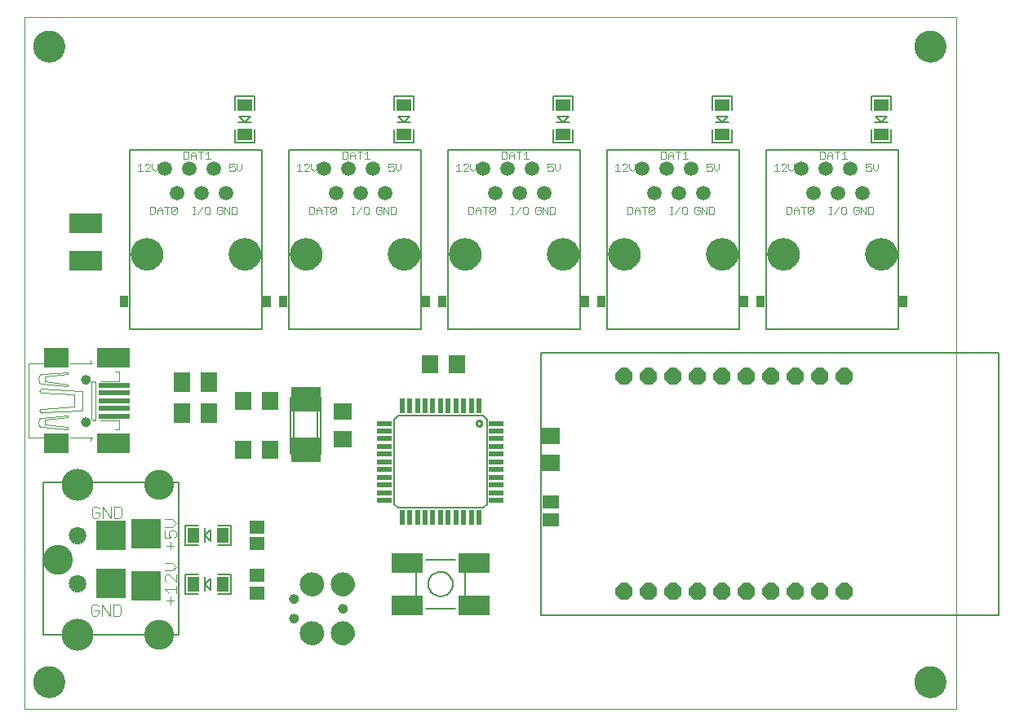
<source format=gto>
G75*
%MOIN*%
%OFA0B0*%
%FSLAX24Y24*%
%IPPOS*%
%LPD*%
%AMOC8*
5,1,8,0,0,1.08239X$1,22.5*
%
%ADD10C,0.0000*%
%ADD11C,0.1300*%
%ADD12C,0.0080*%
%ADD13C,0.0594*%
%ADD14C,0.0010*%
%ADD15R,0.0364X0.0450*%
%ADD16C,0.1320*%
%ADD17R,0.0591X0.0512*%
%ADD18C,0.0050*%
%ADD19C,0.1221*%
%ADD20C,0.1306*%
%ADD21R,0.1221X0.1221*%
%ADD22C,0.0040*%
%ADD23C,0.0709*%
%ADD24R,0.0512X0.0591*%
%ADD25R,0.0631X0.0552*%
%ADD26R,0.1379X0.0788*%
%ADD27R,0.0749X0.0670*%
%ADD28C,0.0390*%
%ADD29C,0.0975*%
%ADD30C,0.0100*%
%ADD31R,0.0237X0.0631*%
%ADD32R,0.0631X0.0237*%
%ADD33R,0.1290X0.0790*%
%ADD34R,0.0670X0.0749*%
%ADD35R,0.0750X0.0670*%
%ADD36R,0.0670X0.0552*%
%ADD37R,0.1221X0.1024*%
%ADD38R,0.1024X0.0827*%
%ADD39R,0.1339X0.0827*%
%ADD40R,0.1260X0.0237*%
%ADD41C,0.0394*%
%ADD42R,0.0670X0.0827*%
%ADD43OC8,0.0700*%
D10*
X003100Y000100D02*
X003100Y028396D01*
X041170Y028396D01*
X041170Y000100D01*
X003100Y000100D01*
X003470Y001200D02*
X003472Y001250D01*
X003478Y001300D01*
X003488Y001349D01*
X003502Y001397D01*
X003519Y001444D01*
X003540Y001489D01*
X003565Y001533D01*
X003593Y001574D01*
X003625Y001613D01*
X003659Y001650D01*
X003696Y001684D01*
X003736Y001714D01*
X003778Y001741D01*
X003822Y001765D01*
X003868Y001786D01*
X003915Y001802D01*
X003963Y001815D01*
X004013Y001824D01*
X004062Y001829D01*
X004113Y001830D01*
X004163Y001827D01*
X004212Y001820D01*
X004261Y001809D01*
X004309Y001794D01*
X004355Y001776D01*
X004400Y001754D01*
X004443Y001728D01*
X004484Y001699D01*
X004523Y001667D01*
X004559Y001632D01*
X004591Y001594D01*
X004621Y001554D01*
X004648Y001511D01*
X004671Y001467D01*
X004690Y001421D01*
X004706Y001373D01*
X004718Y001324D01*
X004726Y001275D01*
X004730Y001225D01*
X004730Y001175D01*
X004726Y001125D01*
X004718Y001076D01*
X004706Y001027D01*
X004690Y000979D01*
X004671Y000933D01*
X004648Y000889D01*
X004621Y000846D01*
X004591Y000806D01*
X004559Y000768D01*
X004523Y000733D01*
X004484Y000701D01*
X004443Y000672D01*
X004400Y000646D01*
X004355Y000624D01*
X004309Y000606D01*
X004261Y000591D01*
X004212Y000580D01*
X004163Y000573D01*
X004113Y000570D01*
X004062Y000571D01*
X004013Y000576D01*
X003963Y000585D01*
X003915Y000598D01*
X003868Y000614D01*
X003822Y000635D01*
X003778Y000659D01*
X003736Y000686D01*
X003696Y000716D01*
X003659Y000750D01*
X003625Y000787D01*
X003593Y000826D01*
X003565Y000867D01*
X003540Y000911D01*
X003519Y000956D01*
X003502Y001003D01*
X003488Y001051D01*
X003478Y001100D01*
X003472Y001150D01*
X003470Y001200D01*
X004919Y005216D02*
X004921Y005252D01*
X004927Y005288D01*
X004937Y005323D01*
X004950Y005357D01*
X004967Y005389D01*
X004987Y005419D01*
X005011Y005446D01*
X005037Y005471D01*
X005066Y005493D01*
X005097Y005512D01*
X005130Y005527D01*
X005164Y005539D01*
X005200Y005547D01*
X005236Y005551D01*
X005272Y005551D01*
X005308Y005547D01*
X005344Y005539D01*
X005378Y005527D01*
X005411Y005512D01*
X005442Y005493D01*
X005471Y005471D01*
X005497Y005446D01*
X005521Y005419D01*
X005541Y005389D01*
X005558Y005357D01*
X005571Y005323D01*
X005581Y005288D01*
X005587Y005252D01*
X005589Y005216D01*
X005587Y005180D01*
X005581Y005144D01*
X005571Y005109D01*
X005558Y005075D01*
X005541Y005043D01*
X005521Y005013D01*
X005497Y004986D01*
X005471Y004961D01*
X005442Y004939D01*
X005411Y004920D01*
X005378Y004905D01*
X005344Y004893D01*
X005308Y004885D01*
X005272Y004881D01*
X005236Y004881D01*
X005200Y004885D01*
X005164Y004893D01*
X005130Y004905D01*
X005097Y004920D01*
X005066Y004939D01*
X005037Y004961D01*
X005011Y004986D01*
X004987Y005013D01*
X004967Y005043D01*
X004950Y005075D01*
X004937Y005109D01*
X004927Y005144D01*
X004921Y005180D01*
X004919Y005216D01*
X004919Y007184D02*
X004921Y007220D01*
X004927Y007256D01*
X004937Y007291D01*
X004950Y007325D01*
X004967Y007357D01*
X004987Y007387D01*
X005011Y007414D01*
X005037Y007439D01*
X005066Y007461D01*
X005097Y007480D01*
X005130Y007495D01*
X005164Y007507D01*
X005200Y007515D01*
X005236Y007519D01*
X005272Y007519D01*
X005308Y007515D01*
X005344Y007507D01*
X005378Y007495D01*
X005411Y007480D01*
X005442Y007461D01*
X005471Y007439D01*
X005497Y007414D01*
X005521Y007387D01*
X005541Y007357D01*
X005558Y007325D01*
X005571Y007291D01*
X005581Y007256D01*
X005587Y007220D01*
X005589Y007184D01*
X005587Y007148D01*
X005581Y007112D01*
X005571Y007077D01*
X005558Y007043D01*
X005541Y007011D01*
X005521Y006981D01*
X005497Y006954D01*
X005471Y006929D01*
X005442Y006907D01*
X005411Y006888D01*
X005378Y006873D01*
X005344Y006861D01*
X005308Y006853D01*
X005272Y006849D01*
X005236Y006849D01*
X005200Y006853D01*
X005164Y006861D01*
X005130Y006873D01*
X005097Y006888D01*
X005066Y006907D01*
X005037Y006929D01*
X005011Y006954D01*
X004987Y006981D01*
X004967Y007011D01*
X004950Y007043D01*
X004937Y007077D01*
X004927Y007112D01*
X004921Y007148D01*
X004919Y007184D01*
X005423Y011834D02*
X005425Y011860D01*
X005431Y011886D01*
X005441Y011911D01*
X005454Y011934D01*
X005470Y011954D01*
X005490Y011972D01*
X005512Y011987D01*
X005535Y011999D01*
X005561Y012007D01*
X005587Y012011D01*
X005613Y012011D01*
X005639Y012007D01*
X005665Y011999D01*
X005689Y011987D01*
X005710Y011972D01*
X005730Y011954D01*
X005746Y011934D01*
X005759Y011911D01*
X005769Y011886D01*
X005775Y011860D01*
X005777Y011834D01*
X005775Y011808D01*
X005769Y011782D01*
X005759Y011757D01*
X005746Y011734D01*
X005730Y011714D01*
X005710Y011696D01*
X005688Y011681D01*
X005665Y011669D01*
X005639Y011661D01*
X005613Y011657D01*
X005587Y011657D01*
X005561Y011661D01*
X005535Y011669D01*
X005511Y011681D01*
X005490Y011696D01*
X005470Y011714D01*
X005454Y011734D01*
X005441Y011757D01*
X005431Y011782D01*
X005425Y011808D01*
X005423Y011834D01*
X005423Y013566D02*
X005425Y013592D01*
X005431Y013618D01*
X005441Y013643D01*
X005454Y013666D01*
X005470Y013686D01*
X005490Y013704D01*
X005512Y013719D01*
X005535Y013731D01*
X005561Y013739D01*
X005587Y013743D01*
X005613Y013743D01*
X005639Y013739D01*
X005665Y013731D01*
X005689Y013719D01*
X005710Y013704D01*
X005730Y013686D01*
X005746Y013666D01*
X005759Y013643D01*
X005769Y013618D01*
X005775Y013592D01*
X005777Y013566D01*
X005775Y013540D01*
X005769Y013514D01*
X005759Y013489D01*
X005746Y013466D01*
X005730Y013446D01*
X005710Y013428D01*
X005688Y013413D01*
X005665Y013401D01*
X005639Y013393D01*
X005613Y013389D01*
X005587Y013389D01*
X005561Y013393D01*
X005535Y013401D01*
X005511Y013413D01*
X005490Y013428D01*
X005470Y013446D01*
X005454Y013466D01*
X005441Y013489D01*
X005431Y013514D01*
X005425Y013540D01*
X005423Y013566D01*
X007460Y018700D02*
X007462Y018750D01*
X007468Y018800D01*
X007478Y018849D01*
X007491Y018898D01*
X007509Y018945D01*
X007530Y018991D01*
X007554Y019034D01*
X007582Y019076D01*
X007613Y019116D01*
X007647Y019153D01*
X007684Y019187D01*
X007724Y019218D01*
X007766Y019246D01*
X007809Y019270D01*
X007855Y019291D01*
X007902Y019309D01*
X007951Y019322D01*
X008000Y019332D01*
X008050Y019338D01*
X008100Y019340D01*
X008150Y019338D01*
X008200Y019332D01*
X008249Y019322D01*
X008298Y019309D01*
X008345Y019291D01*
X008391Y019270D01*
X008434Y019246D01*
X008476Y019218D01*
X008516Y019187D01*
X008553Y019153D01*
X008587Y019116D01*
X008618Y019076D01*
X008646Y019034D01*
X008670Y018991D01*
X008691Y018945D01*
X008709Y018898D01*
X008722Y018849D01*
X008732Y018800D01*
X008738Y018750D01*
X008740Y018700D01*
X008738Y018650D01*
X008732Y018600D01*
X008722Y018551D01*
X008709Y018502D01*
X008691Y018455D01*
X008670Y018409D01*
X008646Y018366D01*
X008618Y018324D01*
X008587Y018284D01*
X008553Y018247D01*
X008516Y018213D01*
X008476Y018182D01*
X008434Y018154D01*
X008391Y018130D01*
X008345Y018109D01*
X008298Y018091D01*
X008249Y018078D01*
X008200Y018068D01*
X008150Y018062D01*
X008100Y018060D01*
X008050Y018062D01*
X008000Y018068D01*
X007951Y018078D01*
X007902Y018091D01*
X007855Y018109D01*
X007809Y018130D01*
X007766Y018154D01*
X007724Y018182D01*
X007684Y018213D01*
X007647Y018247D01*
X007613Y018284D01*
X007582Y018324D01*
X007554Y018366D01*
X007530Y018409D01*
X007509Y018455D01*
X007491Y018502D01*
X007478Y018551D01*
X007468Y018600D01*
X007462Y018650D01*
X007460Y018700D01*
X011460Y018700D02*
X011462Y018750D01*
X011468Y018800D01*
X011478Y018849D01*
X011491Y018898D01*
X011509Y018945D01*
X011530Y018991D01*
X011554Y019034D01*
X011582Y019076D01*
X011613Y019116D01*
X011647Y019153D01*
X011684Y019187D01*
X011724Y019218D01*
X011766Y019246D01*
X011809Y019270D01*
X011855Y019291D01*
X011902Y019309D01*
X011951Y019322D01*
X012000Y019332D01*
X012050Y019338D01*
X012100Y019340D01*
X012150Y019338D01*
X012200Y019332D01*
X012249Y019322D01*
X012298Y019309D01*
X012345Y019291D01*
X012391Y019270D01*
X012434Y019246D01*
X012476Y019218D01*
X012516Y019187D01*
X012553Y019153D01*
X012587Y019116D01*
X012618Y019076D01*
X012646Y019034D01*
X012670Y018991D01*
X012691Y018945D01*
X012709Y018898D01*
X012722Y018849D01*
X012732Y018800D01*
X012738Y018750D01*
X012740Y018700D01*
X012738Y018650D01*
X012732Y018600D01*
X012722Y018551D01*
X012709Y018502D01*
X012691Y018455D01*
X012670Y018409D01*
X012646Y018366D01*
X012618Y018324D01*
X012587Y018284D01*
X012553Y018247D01*
X012516Y018213D01*
X012476Y018182D01*
X012434Y018154D01*
X012391Y018130D01*
X012345Y018109D01*
X012298Y018091D01*
X012249Y018078D01*
X012200Y018068D01*
X012150Y018062D01*
X012100Y018060D01*
X012050Y018062D01*
X012000Y018068D01*
X011951Y018078D01*
X011902Y018091D01*
X011855Y018109D01*
X011809Y018130D01*
X011766Y018154D01*
X011724Y018182D01*
X011684Y018213D01*
X011647Y018247D01*
X011613Y018284D01*
X011582Y018324D01*
X011554Y018366D01*
X011530Y018409D01*
X011509Y018455D01*
X011491Y018502D01*
X011478Y018551D01*
X011468Y018600D01*
X011462Y018650D01*
X011460Y018700D01*
X013960Y018700D02*
X013962Y018750D01*
X013968Y018800D01*
X013978Y018849D01*
X013991Y018898D01*
X014009Y018945D01*
X014030Y018991D01*
X014054Y019034D01*
X014082Y019076D01*
X014113Y019116D01*
X014147Y019153D01*
X014184Y019187D01*
X014224Y019218D01*
X014266Y019246D01*
X014309Y019270D01*
X014355Y019291D01*
X014402Y019309D01*
X014451Y019322D01*
X014500Y019332D01*
X014550Y019338D01*
X014600Y019340D01*
X014650Y019338D01*
X014700Y019332D01*
X014749Y019322D01*
X014798Y019309D01*
X014845Y019291D01*
X014891Y019270D01*
X014934Y019246D01*
X014976Y019218D01*
X015016Y019187D01*
X015053Y019153D01*
X015087Y019116D01*
X015118Y019076D01*
X015146Y019034D01*
X015170Y018991D01*
X015191Y018945D01*
X015209Y018898D01*
X015222Y018849D01*
X015232Y018800D01*
X015238Y018750D01*
X015240Y018700D01*
X015238Y018650D01*
X015232Y018600D01*
X015222Y018551D01*
X015209Y018502D01*
X015191Y018455D01*
X015170Y018409D01*
X015146Y018366D01*
X015118Y018324D01*
X015087Y018284D01*
X015053Y018247D01*
X015016Y018213D01*
X014976Y018182D01*
X014934Y018154D01*
X014891Y018130D01*
X014845Y018109D01*
X014798Y018091D01*
X014749Y018078D01*
X014700Y018068D01*
X014650Y018062D01*
X014600Y018060D01*
X014550Y018062D01*
X014500Y018068D01*
X014451Y018078D01*
X014402Y018091D01*
X014355Y018109D01*
X014309Y018130D01*
X014266Y018154D01*
X014224Y018182D01*
X014184Y018213D01*
X014147Y018247D01*
X014113Y018284D01*
X014082Y018324D01*
X014054Y018366D01*
X014030Y018409D01*
X014009Y018455D01*
X013991Y018502D01*
X013978Y018551D01*
X013968Y018600D01*
X013962Y018650D01*
X013960Y018700D01*
X017960Y018700D02*
X017962Y018750D01*
X017968Y018800D01*
X017978Y018849D01*
X017991Y018898D01*
X018009Y018945D01*
X018030Y018991D01*
X018054Y019034D01*
X018082Y019076D01*
X018113Y019116D01*
X018147Y019153D01*
X018184Y019187D01*
X018224Y019218D01*
X018266Y019246D01*
X018309Y019270D01*
X018355Y019291D01*
X018402Y019309D01*
X018451Y019322D01*
X018500Y019332D01*
X018550Y019338D01*
X018600Y019340D01*
X018650Y019338D01*
X018700Y019332D01*
X018749Y019322D01*
X018798Y019309D01*
X018845Y019291D01*
X018891Y019270D01*
X018934Y019246D01*
X018976Y019218D01*
X019016Y019187D01*
X019053Y019153D01*
X019087Y019116D01*
X019118Y019076D01*
X019146Y019034D01*
X019170Y018991D01*
X019191Y018945D01*
X019209Y018898D01*
X019222Y018849D01*
X019232Y018800D01*
X019238Y018750D01*
X019240Y018700D01*
X019238Y018650D01*
X019232Y018600D01*
X019222Y018551D01*
X019209Y018502D01*
X019191Y018455D01*
X019170Y018409D01*
X019146Y018366D01*
X019118Y018324D01*
X019087Y018284D01*
X019053Y018247D01*
X019016Y018213D01*
X018976Y018182D01*
X018934Y018154D01*
X018891Y018130D01*
X018845Y018109D01*
X018798Y018091D01*
X018749Y018078D01*
X018700Y018068D01*
X018650Y018062D01*
X018600Y018060D01*
X018550Y018062D01*
X018500Y018068D01*
X018451Y018078D01*
X018402Y018091D01*
X018355Y018109D01*
X018309Y018130D01*
X018266Y018154D01*
X018224Y018182D01*
X018184Y018213D01*
X018147Y018247D01*
X018113Y018284D01*
X018082Y018324D01*
X018054Y018366D01*
X018030Y018409D01*
X018009Y018455D01*
X017991Y018502D01*
X017978Y018551D01*
X017968Y018600D01*
X017962Y018650D01*
X017960Y018700D01*
X020460Y018700D02*
X020462Y018750D01*
X020468Y018800D01*
X020478Y018849D01*
X020491Y018898D01*
X020509Y018945D01*
X020530Y018991D01*
X020554Y019034D01*
X020582Y019076D01*
X020613Y019116D01*
X020647Y019153D01*
X020684Y019187D01*
X020724Y019218D01*
X020766Y019246D01*
X020809Y019270D01*
X020855Y019291D01*
X020902Y019309D01*
X020951Y019322D01*
X021000Y019332D01*
X021050Y019338D01*
X021100Y019340D01*
X021150Y019338D01*
X021200Y019332D01*
X021249Y019322D01*
X021298Y019309D01*
X021345Y019291D01*
X021391Y019270D01*
X021434Y019246D01*
X021476Y019218D01*
X021516Y019187D01*
X021553Y019153D01*
X021587Y019116D01*
X021618Y019076D01*
X021646Y019034D01*
X021670Y018991D01*
X021691Y018945D01*
X021709Y018898D01*
X021722Y018849D01*
X021732Y018800D01*
X021738Y018750D01*
X021740Y018700D01*
X021738Y018650D01*
X021732Y018600D01*
X021722Y018551D01*
X021709Y018502D01*
X021691Y018455D01*
X021670Y018409D01*
X021646Y018366D01*
X021618Y018324D01*
X021587Y018284D01*
X021553Y018247D01*
X021516Y018213D01*
X021476Y018182D01*
X021434Y018154D01*
X021391Y018130D01*
X021345Y018109D01*
X021298Y018091D01*
X021249Y018078D01*
X021200Y018068D01*
X021150Y018062D01*
X021100Y018060D01*
X021050Y018062D01*
X021000Y018068D01*
X020951Y018078D01*
X020902Y018091D01*
X020855Y018109D01*
X020809Y018130D01*
X020766Y018154D01*
X020724Y018182D01*
X020684Y018213D01*
X020647Y018247D01*
X020613Y018284D01*
X020582Y018324D01*
X020554Y018366D01*
X020530Y018409D01*
X020509Y018455D01*
X020491Y018502D01*
X020478Y018551D01*
X020468Y018600D01*
X020462Y018650D01*
X020460Y018700D01*
X024460Y018700D02*
X024462Y018750D01*
X024468Y018800D01*
X024478Y018849D01*
X024491Y018898D01*
X024509Y018945D01*
X024530Y018991D01*
X024554Y019034D01*
X024582Y019076D01*
X024613Y019116D01*
X024647Y019153D01*
X024684Y019187D01*
X024724Y019218D01*
X024766Y019246D01*
X024809Y019270D01*
X024855Y019291D01*
X024902Y019309D01*
X024951Y019322D01*
X025000Y019332D01*
X025050Y019338D01*
X025100Y019340D01*
X025150Y019338D01*
X025200Y019332D01*
X025249Y019322D01*
X025298Y019309D01*
X025345Y019291D01*
X025391Y019270D01*
X025434Y019246D01*
X025476Y019218D01*
X025516Y019187D01*
X025553Y019153D01*
X025587Y019116D01*
X025618Y019076D01*
X025646Y019034D01*
X025670Y018991D01*
X025691Y018945D01*
X025709Y018898D01*
X025722Y018849D01*
X025732Y018800D01*
X025738Y018750D01*
X025740Y018700D01*
X025738Y018650D01*
X025732Y018600D01*
X025722Y018551D01*
X025709Y018502D01*
X025691Y018455D01*
X025670Y018409D01*
X025646Y018366D01*
X025618Y018324D01*
X025587Y018284D01*
X025553Y018247D01*
X025516Y018213D01*
X025476Y018182D01*
X025434Y018154D01*
X025391Y018130D01*
X025345Y018109D01*
X025298Y018091D01*
X025249Y018078D01*
X025200Y018068D01*
X025150Y018062D01*
X025100Y018060D01*
X025050Y018062D01*
X025000Y018068D01*
X024951Y018078D01*
X024902Y018091D01*
X024855Y018109D01*
X024809Y018130D01*
X024766Y018154D01*
X024724Y018182D01*
X024684Y018213D01*
X024647Y018247D01*
X024613Y018284D01*
X024582Y018324D01*
X024554Y018366D01*
X024530Y018409D01*
X024509Y018455D01*
X024491Y018502D01*
X024478Y018551D01*
X024468Y018600D01*
X024462Y018650D01*
X024460Y018700D01*
X026960Y018700D02*
X026962Y018750D01*
X026968Y018800D01*
X026978Y018849D01*
X026991Y018898D01*
X027009Y018945D01*
X027030Y018991D01*
X027054Y019034D01*
X027082Y019076D01*
X027113Y019116D01*
X027147Y019153D01*
X027184Y019187D01*
X027224Y019218D01*
X027266Y019246D01*
X027309Y019270D01*
X027355Y019291D01*
X027402Y019309D01*
X027451Y019322D01*
X027500Y019332D01*
X027550Y019338D01*
X027600Y019340D01*
X027650Y019338D01*
X027700Y019332D01*
X027749Y019322D01*
X027798Y019309D01*
X027845Y019291D01*
X027891Y019270D01*
X027934Y019246D01*
X027976Y019218D01*
X028016Y019187D01*
X028053Y019153D01*
X028087Y019116D01*
X028118Y019076D01*
X028146Y019034D01*
X028170Y018991D01*
X028191Y018945D01*
X028209Y018898D01*
X028222Y018849D01*
X028232Y018800D01*
X028238Y018750D01*
X028240Y018700D01*
X028238Y018650D01*
X028232Y018600D01*
X028222Y018551D01*
X028209Y018502D01*
X028191Y018455D01*
X028170Y018409D01*
X028146Y018366D01*
X028118Y018324D01*
X028087Y018284D01*
X028053Y018247D01*
X028016Y018213D01*
X027976Y018182D01*
X027934Y018154D01*
X027891Y018130D01*
X027845Y018109D01*
X027798Y018091D01*
X027749Y018078D01*
X027700Y018068D01*
X027650Y018062D01*
X027600Y018060D01*
X027550Y018062D01*
X027500Y018068D01*
X027451Y018078D01*
X027402Y018091D01*
X027355Y018109D01*
X027309Y018130D01*
X027266Y018154D01*
X027224Y018182D01*
X027184Y018213D01*
X027147Y018247D01*
X027113Y018284D01*
X027082Y018324D01*
X027054Y018366D01*
X027030Y018409D01*
X027009Y018455D01*
X026991Y018502D01*
X026978Y018551D01*
X026968Y018600D01*
X026962Y018650D01*
X026960Y018700D01*
X030960Y018700D02*
X030962Y018750D01*
X030968Y018800D01*
X030978Y018849D01*
X030991Y018898D01*
X031009Y018945D01*
X031030Y018991D01*
X031054Y019034D01*
X031082Y019076D01*
X031113Y019116D01*
X031147Y019153D01*
X031184Y019187D01*
X031224Y019218D01*
X031266Y019246D01*
X031309Y019270D01*
X031355Y019291D01*
X031402Y019309D01*
X031451Y019322D01*
X031500Y019332D01*
X031550Y019338D01*
X031600Y019340D01*
X031650Y019338D01*
X031700Y019332D01*
X031749Y019322D01*
X031798Y019309D01*
X031845Y019291D01*
X031891Y019270D01*
X031934Y019246D01*
X031976Y019218D01*
X032016Y019187D01*
X032053Y019153D01*
X032087Y019116D01*
X032118Y019076D01*
X032146Y019034D01*
X032170Y018991D01*
X032191Y018945D01*
X032209Y018898D01*
X032222Y018849D01*
X032232Y018800D01*
X032238Y018750D01*
X032240Y018700D01*
X032238Y018650D01*
X032232Y018600D01*
X032222Y018551D01*
X032209Y018502D01*
X032191Y018455D01*
X032170Y018409D01*
X032146Y018366D01*
X032118Y018324D01*
X032087Y018284D01*
X032053Y018247D01*
X032016Y018213D01*
X031976Y018182D01*
X031934Y018154D01*
X031891Y018130D01*
X031845Y018109D01*
X031798Y018091D01*
X031749Y018078D01*
X031700Y018068D01*
X031650Y018062D01*
X031600Y018060D01*
X031550Y018062D01*
X031500Y018068D01*
X031451Y018078D01*
X031402Y018091D01*
X031355Y018109D01*
X031309Y018130D01*
X031266Y018154D01*
X031224Y018182D01*
X031184Y018213D01*
X031147Y018247D01*
X031113Y018284D01*
X031082Y018324D01*
X031054Y018366D01*
X031030Y018409D01*
X031009Y018455D01*
X030991Y018502D01*
X030978Y018551D01*
X030968Y018600D01*
X030962Y018650D01*
X030960Y018700D01*
X033460Y018700D02*
X033462Y018750D01*
X033468Y018800D01*
X033478Y018849D01*
X033491Y018898D01*
X033509Y018945D01*
X033530Y018991D01*
X033554Y019034D01*
X033582Y019076D01*
X033613Y019116D01*
X033647Y019153D01*
X033684Y019187D01*
X033724Y019218D01*
X033766Y019246D01*
X033809Y019270D01*
X033855Y019291D01*
X033902Y019309D01*
X033951Y019322D01*
X034000Y019332D01*
X034050Y019338D01*
X034100Y019340D01*
X034150Y019338D01*
X034200Y019332D01*
X034249Y019322D01*
X034298Y019309D01*
X034345Y019291D01*
X034391Y019270D01*
X034434Y019246D01*
X034476Y019218D01*
X034516Y019187D01*
X034553Y019153D01*
X034587Y019116D01*
X034618Y019076D01*
X034646Y019034D01*
X034670Y018991D01*
X034691Y018945D01*
X034709Y018898D01*
X034722Y018849D01*
X034732Y018800D01*
X034738Y018750D01*
X034740Y018700D01*
X034738Y018650D01*
X034732Y018600D01*
X034722Y018551D01*
X034709Y018502D01*
X034691Y018455D01*
X034670Y018409D01*
X034646Y018366D01*
X034618Y018324D01*
X034587Y018284D01*
X034553Y018247D01*
X034516Y018213D01*
X034476Y018182D01*
X034434Y018154D01*
X034391Y018130D01*
X034345Y018109D01*
X034298Y018091D01*
X034249Y018078D01*
X034200Y018068D01*
X034150Y018062D01*
X034100Y018060D01*
X034050Y018062D01*
X034000Y018068D01*
X033951Y018078D01*
X033902Y018091D01*
X033855Y018109D01*
X033809Y018130D01*
X033766Y018154D01*
X033724Y018182D01*
X033684Y018213D01*
X033647Y018247D01*
X033613Y018284D01*
X033582Y018324D01*
X033554Y018366D01*
X033530Y018409D01*
X033509Y018455D01*
X033491Y018502D01*
X033478Y018551D01*
X033468Y018600D01*
X033462Y018650D01*
X033460Y018700D01*
X037460Y018700D02*
X037462Y018750D01*
X037468Y018800D01*
X037478Y018849D01*
X037491Y018898D01*
X037509Y018945D01*
X037530Y018991D01*
X037554Y019034D01*
X037582Y019076D01*
X037613Y019116D01*
X037647Y019153D01*
X037684Y019187D01*
X037724Y019218D01*
X037766Y019246D01*
X037809Y019270D01*
X037855Y019291D01*
X037902Y019309D01*
X037951Y019322D01*
X038000Y019332D01*
X038050Y019338D01*
X038100Y019340D01*
X038150Y019338D01*
X038200Y019332D01*
X038249Y019322D01*
X038298Y019309D01*
X038345Y019291D01*
X038391Y019270D01*
X038434Y019246D01*
X038476Y019218D01*
X038516Y019187D01*
X038553Y019153D01*
X038587Y019116D01*
X038618Y019076D01*
X038646Y019034D01*
X038670Y018991D01*
X038691Y018945D01*
X038709Y018898D01*
X038722Y018849D01*
X038732Y018800D01*
X038738Y018750D01*
X038740Y018700D01*
X038738Y018650D01*
X038732Y018600D01*
X038722Y018551D01*
X038709Y018502D01*
X038691Y018455D01*
X038670Y018409D01*
X038646Y018366D01*
X038618Y018324D01*
X038587Y018284D01*
X038553Y018247D01*
X038516Y018213D01*
X038476Y018182D01*
X038434Y018154D01*
X038391Y018130D01*
X038345Y018109D01*
X038298Y018091D01*
X038249Y018078D01*
X038200Y018068D01*
X038150Y018062D01*
X038100Y018060D01*
X038050Y018062D01*
X038000Y018068D01*
X037951Y018078D01*
X037902Y018091D01*
X037855Y018109D01*
X037809Y018130D01*
X037766Y018154D01*
X037724Y018182D01*
X037684Y018213D01*
X037647Y018247D01*
X037613Y018284D01*
X037582Y018324D01*
X037554Y018366D01*
X037530Y018409D01*
X037509Y018455D01*
X037491Y018502D01*
X037478Y018551D01*
X037468Y018600D01*
X037462Y018650D01*
X037460Y018700D01*
X039470Y027200D02*
X039472Y027250D01*
X039478Y027300D01*
X039488Y027349D01*
X039502Y027397D01*
X039519Y027444D01*
X039540Y027489D01*
X039565Y027533D01*
X039593Y027574D01*
X039625Y027613D01*
X039659Y027650D01*
X039696Y027684D01*
X039736Y027714D01*
X039778Y027741D01*
X039822Y027765D01*
X039868Y027786D01*
X039915Y027802D01*
X039963Y027815D01*
X040013Y027824D01*
X040062Y027829D01*
X040113Y027830D01*
X040163Y027827D01*
X040212Y027820D01*
X040261Y027809D01*
X040309Y027794D01*
X040355Y027776D01*
X040400Y027754D01*
X040443Y027728D01*
X040484Y027699D01*
X040523Y027667D01*
X040559Y027632D01*
X040591Y027594D01*
X040621Y027554D01*
X040648Y027511D01*
X040671Y027467D01*
X040690Y027421D01*
X040706Y027373D01*
X040718Y027324D01*
X040726Y027275D01*
X040730Y027225D01*
X040730Y027175D01*
X040726Y027125D01*
X040718Y027076D01*
X040706Y027027D01*
X040690Y026979D01*
X040671Y026933D01*
X040648Y026889D01*
X040621Y026846D01*
X040591Y026806D01*
X040559Y026768D01*
X040523Y026733D01*
X040484Y026701D01*
X040443Y026672D01*
X040400Y026646D01*
X040355Y026624D01*
X040309Y026606D01*
X040261Y026591D01*
X040212Y026580D01*
X040163Y026573D01*
X040113Y026570D01*
X040062Y026571D01*
X040013Y026576D01*
X039963Y026585D01*
X039915Y026598D01*
X039868Y026614D01*
X039822Y026635D01*
X039778Y026659D01*
X039736Y026686D01*
X039696Y026716D01*
X039659Y026750D01*
X039625Y026787D01*
X039593Y026826D01*
X039565Y026867D01*
X039540Y026911D01*
X039519Y026956D01*
X039502Y027003D01*
X039488Y027051D01*
X039478Y027100D01*
X039472Y027150D01*
X039470Y027200D01*
X015633Y005200D02*
X015635Y005243D01*
X015641Y005286D01*
X015651Y005328D01*
X015665Y005369D01*
X015682Y005408D01*
X015703Y005446D01*
X015727Y005481D01*
X015755Y005515D01*
X015785Y005545D01*
X015819Y005573D01*
X015854Y005597D01*
X015892Y005618D01*
X015931Y005635D01*
X015972Y005649D01*
X016014Y005659D01*
X016057Y005665D01*
X016100Y005667D01*
X016143Y005665D01*
X016186Y005659D01*
X016228Y005649D01*
X016269Y005635D01*
X016308Y005618D01*
X016346Y005597D01*
X016381Y005573D01*
X016415Y005545D01*
X016445Y005515D01*
X016473Y005481D01*
X016497Y005446D01*
X016518Y005408D01*
X016535Y005369D01*
X016549Y005328D01*
X016559Y005286D01*
X016565Y005243D01*
X016567Y005200D01*
X016565Y005157D01*
X016559Y005114D01*
X016549Y005072D01*
X016535Y005031D01*
X016518Y004992D01*
X016497Y004954D01*
X016473Y004919D01*
X016445Y004885D01*
X016415Y004855D01*
X016381Y004827D01*
X016346Y004803D01*
X016308Y004782D01*
X016269Y004765D01*
X016228Y004751D01*
X016186Y004741D01*
X016143Y004735D01*
X016100Y004733D01*
X016057Y004735D01*
X016014Y004741D01*
X015972Y004751D01*
X015931Y004765D01*
X015892Y004782D01*
X015854Y004803D01*
X015819Y004827D01*
X015785Y004855D01*
X015755Y004885D01*
X015727Y004919D01*
X015703Y004954D01*
X015682Y004992D01*
X015665Y005031D01*
X015651Y005072D01*
X015641Y005114D01*
X015635Y005157D01*
X015633Y005200D01*
X014383Y005200D02*
X014385Y005243D01*
X014391Y005286D01*
X014401Y005328D01*
X014415Y005369D01*
X014432Y005408D01*
X014453Y005446D01*
X014477Y005481D01*
X014505Y005515D01*
X014535Y005545D01*
X014569Y005573D01*
X014604Y005597D01*
X014642Y005618D01*
X014681Y005635D01*
X014722Y005649D01*
X014764Y005659D01*
X014807Y005665D01*
X014850Y005667D01*
X014893Y005665D01*
X014936Y005659D01*
X014978Y005649D01*
X015019Y005635D01*
X015058Y005618D01*
X015096Y005597D01*
X015131Y005573D01*
X015165Y005545D01*
X015195Y005515D01*
X015223Y005481D01*
X015247Y005446D01*
X015268Y005408D01*
X015285Y005369D01*
X015299Y005328D01*
X015309Y005286D01*
X015315Y005243D01*
X015317Y005200D01*
X015315Y005157D01*
X015309Y005114D01*
X015299Y005072D01*
X015285Y005031D01*
X015268Y004992D01*
X015247Y004954D01*
X015223Y004919D01*
X015195Y004885D01*
X015165Y004855D01*
X015131Y004827D01*
X015096Y004803D01*
X015058Y004782D01*
X015019Y004765D01*
X014978Y004751D01*
X014936Y004741D01*
X014893Y004735D01*
X014850Y004733D01*
X014807Y004735D01*
X014764Y004741D01*
X014722Y004751D01*
X014681Y004765D01*
X014642Y004782D01*
X014604Y004803D01*
X014569Y004827D01*
X014535Y004855D01*
X014505Y004885D01*
X014477Y004919D01*
X014453Y004954D01*
X014432Y004992D01*
X014415Y005031D01*
X014401Y005072D01*
X014391Y005114D01*
X014385Y005157D01*
X014383Y005200D01*
X013925Y004600D02*
X013927Y004626D01*
X013933Y004652D01*
X013942Y004676D01*
X013955Y004699D01*
X013972Y004719D01*
X013991Y004737D01*
X014013Y004752D01*
X014036Y004763D01*
X014061Y004771D01*
X014087Y004775D01*
X014113Y004775D01*
X014139Y004771D01*
X014164Y004763D01*
X014188Y004752D01*
X014209Y004737D01*
X014228Y004719D01*
X014245Y004699D01*
X014258Y004676D01*
X014267Y004652D01*
X014273Y004626D01*
X014275Y004600D01*
X014273Y004574D01*
X014267Y004548D01*
X014258Y004524D01*
X014245Y004501D01*
X014228Y004481D01*
X014209Y004463D01*
X014187Y004448D01*
X014164Y004437D01*
X014139Y004429D01*
X014113Y004425D01*
X014087Y004425D01*
X014061Y004429D01*
X014036Y004437D01*
X014012Y004448D01*
X013991Y004463D01*
X013972Y004481D01*
X013955Y004501D01*
X013942Y004524D01*
X013933Y004548D01*
X013927Y004574D01*
X013925Y004600D01*
X013925Y003800D02*
X013927Y003826D01*
X013933Y003852D01*
X013942Y003876D01*
X013955Y003899D01*
X013972Y003919D01*
X013991Y003937D01*
X014013Y003952D01*
X014036Y003963D01*
X014061Y003971D01*
X014087Y003975D01*
X014113Y003975D01*
X014139Y003971D01*
X014164Y003963D01*
X014188Y003952D01*
X014209Y003937D01*
X014228Y003919D01*
X014245Y003899D01*
X014258Y003876D01*
X014267Y003852D01*
X014273Y003826D01*
X014275Y003800D01*
X014273Y003774D01*
X014267Y003748D01*
X014258Y003724D01*
X014245Y003701D01*
X014228Y003681D01*
X014209Y003663D01*
X014187Y003648D01*
X014164Y003637D01*
X014139Y003629D01*
X014113Y003625D01*
X014087Y003625D01*
X014061Y003629D01*
X014036Y003637D01*
X014012Y003648D01*
X013991Y003663D01*
X013972Y003681D01*
X013955Y003701D01*
X013942Y003724D01*
X013933Y003748D01*
X013927Y003774D01*
X013925Y003800D01*
X014383Y003200D02*
X014385Y003243D01*
X014391Y003286D01*
X014401Y003328D01*
X014415Y003369D01*
X014432Y003408D01*
X014453Y003446D01*
X014477Y003481D01*
X014505Y003515D01*
X014535Y003545D01*
X014569Y003573D01*
X014604Y003597D01*
X014642Y003618D01*
X014681Y003635D01*
X014722Y003649D01*
X014764Y003659D01*
X014807Y003665D01*
X014850Y003667D01*
X014893Y003665D01*
X014936Y003659D01*
X014978Y003649D01*
X015019Y003635D01*
X015058Y003618D01*
X015096Y003597D01*
X015131Y003573D01*
X015165Y003545D01*
X015195Y003515D01*
X015223Y003481D01*
X015247Y003446D01*
X015268Y003408D01*
X015285Y003369D01*
X015299Y003328D01*
X015309Y003286D01*
X015315Y003243D01*
X015317Y003200D01*
X015315Y003157D01*
X015309Y003114D01*
X015299Y003072D01*
X015285Y003031D01*
X015268Y002992D01*
X015247Y002954D01*
X015223Y002919D01*
X015195Y002885D01*
X015165Y002855D01*
X015131Y002827D01*
X015096Y002803D01*
X015058Y002782D01*
X015019Y002765D01*
X014978Y002751D01*
X014936Y002741D01*
X014893Y002735D01*
X014850Y002733D01*
X014807Y002735D01*
X014764Y002741D01*
X014722Y002751D01*
X014681Y002765D01*
X014642Y002782D01*
X014604Y002803D01*
X014569Y002827D01*
X014535Y002855D01*
X014505Y002885D01*
X014477Y002919D01*
X014453Y002954D01*
X014432Y002992D01*
X014415Y003031D01*
X014401Y003072D01*
X014391Y003114D01*
X014385Y003157D01*
X014383Y003200D01*
X015633Y003200D02*
X015635Y003243D01*
X015641Y003286D01*
X015651Y003328D01*
X015665Y003369D01*
X015682Y003408D01*
X015703Y003446D01*
X015727Y003481D01*
X015755Y003515D01*
X015785Y003545D01*
X015819Y003573D01*
X015854Y003597D01*
X015892Y003618D01*
X015931Y003635D01*
X015972Y003649D01*
X016014Y003659D01*
X016057Y003665D01*
X016100Y003667D01*
X016143Y003665D01*
X016186Y003659D01*
X016228Y003649D01*
X016269Y003635D01*
X016308Y003618D01*
X016346Y003597D01*
X016381Y003573D01*
X016415Y003545D01*
X016445Y003515D01*
X016473Y003481D01*
X016497Y003446D01*
X016518Y003408D01*
X016535Y003369D01*
X016549Y003328D01*
X016559Y003286D01*
X016565Y003243D01*
X016567Y003200D01*
X016565Y003157D01*
X016559Y003114D01*
X016549Y003072D01*
X016535Y003031D01*
X016518Y002992D01*
X016497Y002954D01*
X016473Y002919D01*
X016445Y002885D01*
X016415Y002855D01*
X016381Y002827D01*
X016346Y002803D01*
X016308Y002782D01*
X016269Y002765D01*
X016228Y002751D01*
X016186Y002741D01*
X016143Y002735D01*
X016100Y002733D01*
X016057Y002735D01*
X016014Y002741D01*
X015972Y002751D01*
X015931Y002765D01*
X015892Y002782D01*
X015854Y002803D01*
X015819Y002827D01*
X015785Y002855D01*
X015755Y002885D01*
X015727Y002919D01*
X015703Y002954D01*
X015682Y002992D01*
X015665Y003031D01*
X015651Y003072D01*
X015641Y003114D01*
X015635Y003157D01*
X015633Y003200D01*
X015925Y004200D02*
X015927Y004226D01*
X015933Y004252D01*
X015942Y004276D01*
X015955Y004299D01*
X015972Y004319D01*
X015991Y004337D01*
X016013Y004352D01*
X016036Y004363D01*
X016061Y004371D01*
X016087Y004375D01*
X016113Y004375D01*
X016139Y004371D01*
X016164Y004363D01*
X016188Y004352D01*
X016209Y004337D01*
X016228Y004319D01*
X016245Y004299D01*
X016258Y004276D01*
X016267Y004252D01*
X016273Y004226D01*
X016275Y004200D01*
X016273Y004174D01*
X016267Y004148D01*
X016258Y004124D01*
X016245Y004101D01*
X016228Y004081D01*
X016209Y004063D01*
X016187Y004048D01*
X016164Y004037D01*
X016139Y004029D01*
X016113Y004025D01*
X016087Y004025D01*
X016061Y004029D01*
X016036Y004037D01*
X016012Y004048D01*
X015991Y004063D01*
X015972Y004081D01*
X015955Y004101D01*
X015942Y004124D01*
X015933Y004148D01*
X015927Y004174D01*
X015925Y004200D01*
X039470Y001200D02*
X039472Y001250D01*
X039478Y001300D01*
X039488Y001349D01*
X039502Y001397D01*
X039519Y001444D01*
X039540Y001489D01*
X039565Y001533D01*
X039593Y001574D01*
X039625Y001613D01*
X039659Y001650D01*
X039696Y001684D01*
X039736Y001714D01*
X039778Y001741D01*
X039822Y001765D01*
X039868Y001786D01*
X039915Y001802D01*
X039963Y001815D01*
X040013Y001824D01*
X040062Y001829D01*
X040113Y001830D01*
X040163Y001827D01*
X040212Y001820D01*
X040261Y001809D01*
X040309Y001794D01*
X040355Y001776D01*
X040400Y001754D01*
X040443Y001728D01*
X040484Y001699D01*
X040523Y001667D01*
X040559Y001632D01*
X040591Y001594D01*
X040621Y001554D01*
X040648Y001511D01*
X040671Y001467D01*
X040690Y001421D01*
X040706Y001373D01*
X040718Y001324D01*
X040726Y001275D01*
X040730Y001225D01*
X040730Y001175D01*
X040726Y001125D01*
X040718Y001076D01*
X040706Y001027D01*
X040690Y000979D01*
X040671Y000933D01*
X040648Y000889D01*
X040621Y000846D01*
X040591Y000806D01*
X040559Y000768D01*
X040523Y000733D01*
X040484Y000701D01*
X040443Y000672D01*
X040400Y000646D01*
X040355Y000624D01*
X040309Y000606D01*
X040261Y000591D01*
X040212Y000580D01*
X040163Y000573D01*
X040113Y000570D01*
X040062Y000571D01*
X040013Y000576D01*
X039963Y000585D01*
X039915Y000598D01*
X039868Y000614D01*
X039822Y000635D01*
X039778Y000659D01*
X039736Y000686D01*
X039696Y000716D01*
X039659Y000750D01*
X039625Y000787D01*
X039593Y000826D01*
X039565Y000867D01*
X039540Y000911D01*
X039519Y000956D01*
X039502Y001003D01*
X039488Y001051D01*
X039478Y001100D01*
X039472Y001150D01*
X039470Y001200D01*
X003470Y027200D02*
X003472Y027250D01*
X003478Y027300D01*
X003488Y027349D01*
X003502Y027397D01*
X003519Y027444D01*
X003540Y027489D01*
X003565Y027533D01*
X003593Y027574D01*
X003625Y027613D01*
X003659Y027650D01*
X003696Y027684D01*
X003736Y027714D01*
X003778Y027741D01*
X003822Y027765D01*
X003868Y027786D01*
X003915Y027802D01*
X003963Y027815D01*
X004013Y027824D01*
X004062Y027829D01*
X004113Y027830D01*
X004163Y027827D01*
X004212Y027820D01*
X004261Y027809D01*
X004309Y027794D01*
X004355Y027776D01*
X004400Y027754D01*
X004443Y027728D01*
X004484Y027699D01*
X004523Y027667D01*
X004559Y027632D01*
X004591Y027594D01*
X004621Y027554D01*
X004648Y027511D01*
X004671Y027467D01*
X004690Y027421D01*
X004706Y027373D01*
X004718Y027324D01*
X004726Y027275D01*
X004730Y027225D01*
X004730Y027175D01*
X004726Y027125D01*
X004718Y027076D01*
X004706Y027027D01*
X004690Y026979D01*
X004671Y026933D01*
X004648Y026889D01*
X004621Y026846D01*
X004591Y026806D01*
X004559Y026768D01*
X004523Y026733D01*
X004484Y026701D01*
X004443Y026672D01*
X004400Y026646D01*
X004355Y026624D01*
X004309Y026606D01*
X004261Y026591D01*
X004212Y026580D01*
X004163Y026573D01*
X004113Y026570D01*
X004062Y026571D01*
X004013Y026576D01*
X003963Y026585D01*
X003915Y026598D01*
X003868Y026614D01*
X003822Y026635D01*
X003778Y026659D01*
X003736Y026686D01*
X003696Y026716D01*
X003659Y026750D01*
X003625Y026787D01*
X003593Y026826D01*
X003565Y026867D01*
X003540Y026911D01*
X003519Y026956D01*
X003502Y027003D01*
X003488Y027051D01*
X003478Y027100D01*
X003472Y027150D01*
X003470Y027200D01*
D11*
X004100Y027200D03*
X040100Y027200D03*
X040100Y001200D03*
X004100Y001200D03*
D12*
X009655Y004806D02*
X009655Y005594D01*
X010206Y005594D01*
X010482Y005476D02*
X010482Y005200D01*
X010718Y005436D01*
X010718Y004964D01*
X010482Y005200D01*
X010482Y004924D01*
X010206Y004806D02*
X009655Y004806D01*
X010994Y004806D02*
X011545Y004806D01*
X011545Y005594D01*
X010994Y005594D01*
X010994Y006806D02*
X011545Y006806D01*
X011545Y007594D01*
X010994Y007594D01*
X010718Y007436D02*
X010482Y007200D01*
X010718Y006964D01*
X010718Y007436D01*
X010482Y007476D02*
X010482Y007200D01*
X010482Y006924D01*
X010206Y006806D02*
X009655Y006806D01*
X009655Y007594D01*
X010206Y007594D01*
X018210Y008468D02*
X018210Y011932D01*
X018368Y012090D01*
X021832Y012090D01*
X021990Y011932D01*
X021990Y008468D01*
X021832Y008310D01*
X018368Y008310D01*
X018210Y008468D01*
X019494Y006200D02*
X020706Y006200D01*
X021100Y005688D02*
X021100Y004700D01*
X020706Y004200D02*
X019494Y004200D01*
X019100Y004712D02*
X019100Y005688D01*
X019600Y005200D02*
X019602Y005244D01*
X019608Y005288D01*
X019618Y005331D01*
X019631Y005373D01*
X019648Y005414D01*
X019669Y005453D01*
X019693Y005490D01*
X019720Y005525D01*
X019750Y005557D01*
X019783Y005587D01*
X019819Y005613D01*
X019856Y005637D01*
X019896Y005656D01*
X019937Y005673D01*
X019980Y005685D01*
X020023Y005694D01*
X020067Y005699D01*
X020111Y005700D01*
X020155Y005697D01*
X020199Y005690D01*
X020242Y005679D01*
X020284Y005665D01*
X020324Y005647D01*
X020363Y005625D01*
X020399Y005601D01*
X020433Y005573D01*
X020465Y005542D01*
X020494Y005508D01*
X020520Y005472D01*
X020542Y005434D01*
X020561Y005394D01*
X020576Y005352D01*
X020588Y005310D01*
X020596Y005266D01*
X020600Y005222D01*
X020600Y005178D01*
X020596Y005134D01*
X020588Y005090D01*
X020576Y005048D01*
X020561Y005006D01*
X020542Y004966D01*
X020520Y004928D01*
X020494Y004892D01*
X020465Y004858D01*
X020433Y004827D01*
X020399Y004799D01*
X020363Y004775D01*
X020324Y004753D01*
X020284Y004735D01*
X020242Y004721D01*
X020199Y004710D01*
X020155Y004703D01*
X020111Y004700D01*
X020067Y004701D01*
X020023Y004706D01*
X019980Y004715D01*
X019937Y004727D01*
X019896Y004744D01*
X019856Y004763D01*
X019819Y004787D01*
X019783Y004813D01*
X019750Y004843D01*
X019720Y004875D01*
X019693Y004910D01*
X019669Y004947D01*
X019648Y004986D01*
X019631Y005027D01*
X019618Y005069D01*
X019608Y005112D01*
X019602Y005156D01*
X019600Y005200D01*
X019307Y015636D02*
X013893Y015636D01*
X013893Y022959D01*
X019307Y022959D01*
X019307Y015636D01*
X020393Y015636D02*
X020393Y022959D01*
X025807Y022959D01*
X025807Y015636D01*
X020393Y015636D01*
X026893Y015636D02*
X026893Y022959D01*
X032307Y022959D01*
X032307Y015636D01*
X026893Y015636D01*
X033393Y015636D02*
X033393Y022959D01*
X038807Y022959D01*
X038807Y015636D01*
X033393Y015636D01*
X031994Y023255D02*
X031206Y023255D01*
X031206Y023806D01*
X031324Y024082D02*
X031600Y024082D01*
X031364Y024318D01*
X031836Y024318D01*
X031600Y024082D01*
X031876Y024082D01*
X031994Y023806D02*
X031994Y023255D01*
X031994Y024594D02*
X031994Y025145D01*
X031206Y025145D01*
X031206Y024594D01*
X025494Y024594D02*
X025494Y025145D01*
X024706Y025145D01*
X024706Y024594D01*
X024864Y024318D02*
X025100Y024082D01*
X025336Y024318D01*
X024864Y024318D01*
X024824Y024082D02*
X025100Y024082D01*
X025376Y024082D01*
X025494Y023806D02*
X025494Y023255D01*
X024706Y023255D01*
X024706Y023806D01*
X018994Y023806D02*
X018994Y023255D01*
X018206Y023255D01*
X018206Y023806D01*
X018324Y024082D02*
X018600Y024082D01*
X018364Y024318D01*
X018836Y024318D01*
X018600Y024082D01*
X018876Y024082D01*
X018994Y024594D02*
X018994Y025145D01*
X018206Y025145D01*
X018206Y024594D01*
X012807Y022959D02*
X012807Y015636D01*
X007393Y015636D01*
X007393Y022959D01*
X012807Y022959D01*
X012494Y023255D02*
X011706Y023255D01*
X011706Y023806D01*
X011824Y024082D02*
X012100Y024082D01*
X011864Y024318D01*
X012336Y024318D01*
X012100Y024082D01*
X012376Y024082D01*
X012494Y023806D02*
X012494Y023255D01*
X012494Y024594D02*
X012494Y025145D01*
X011706Y025145D01*
X011706Y024594D01*
X037706Y024594D02*
X037706Y025145D01*
X038494Y025145D01*
X038494Y024594D01*
X038336Y024318D02*
X037864Y024318D01*
X038100Y024082D01*
X038336Y024318D01*
X038376Y024082D02*
X038100Y024082D01*
X037824Y024082D01*
X037706Y023806D02*
X037706Y023255D01*
X038494Y023255D01*
X038494Y023806D01*
D13*
X036850Y022200D03*
X035850Y022200D03*
X034850Y022200D03*
X035350Y021200D03*
X036350Y021200D03*
X037350Y021200D03*
X030850Y021200D03*
X029850Y021200D03*
X028850Y021200D03*
X028350Y022200D03*
X029350Y022200D03*
X030350Y022200D03*
X024350Y021200D03*
X023350Y021200D03*
X022350Y021200D03*
X021850Y022200D03*
X022850Y022200D03*
X023850Y022200D03*
X017850Y021200D03*
X016850Y021200D03*
X015850Y021200D03*
X015350Y022200D03*
X016350Y022200D03*
X017350Y022200D03*
X011350Y021200D03*
X010350Y021200D03*
X009350Y021200D03*
X008850Y022200D03*
X009850Y022200D03*
X010850Y022200D03*
D14*
X010696Y022580D02*
X010489Y022580D01*
X010592Y022580D02*
X010592Y022890D01*
X010489Y022787D01*
X010401Y022890D02*
X010194Y022890D01*
X010298Y022890D02*
X010298Y022580D01*
X010106Y022580D02*
X010106Y022787D01*
X010003Y022890D01*
X009900Y022787D01*
X009900Y022580D01*
X009812Y022632D02*
X009812Y022839D01*
X009760Y022890D01*
X009605Y022890D01*
X009605Y022580D01*
X009760Y022580D01*
X009812Y022632D01*
X009900Y022735D02*
X010106Y022735D01*
X011480Y022390D02*
X011480Y022235D01*
X011583Y022287D01*
X011635Y022287D01*
X011687Y022235D01*
X011687Y022132D01*
X011635Y022080D01*
X011532Y022080D01*
X011480Y022132D01*
X011480Y022390D02*
X011687Y022390D01*
X011775Y022390D02*
X011775Y022183D01*
X011878Y022080D01*
X011981Y022183D01*
X011981Y022390D01*
X014230Y022287D02*
X014333Y022390D01*
X014333Y022080D01*
X014230Y022080D02*
X014437Y022080D01*
X014525Y022080D02*
X014731Y022287D01*
X014731Y022339D01*
X014680Y022390D01*
X014576Y022390D01*
X014525Y022339D01*
X014525Y022080D02*
X014731Y022080D01*
X014819Y022183D02*
X014923Y022080D01*
X015026Y022183D01*
X015026Y022390D01*
X014819Y022390D02*
X014819Y022183D01*
X016105Y022580D02*
X016260Y022580D01*
X016312Y022632D01*
X016312Y022839D01*
X016260Y022890D01*
X016105Y022890D01*
X016105Y022580D01*
X016400Y022580D02*
X016400Y022787D01*
X016503Y022890D01*
X016606Y022787D01*
X016606Y022580D01*
X016606Y022735D02*
X016400Y022735D01*
X016694Y022890D02*
X016901Y022890D01*
X016798Y022890D02*
X016798Y022580D01*
X016989Y022580D02*
X017196Y022580D01*
X017092Y022580D02*
X017092Y022890D01*
X016989Y022787D01*
X017980Y022390D02*
X017980Y022235D01*
X018083Y022287D01*
X018135Y022287D01*
X018187Y022235D01*
X018187Y022132D01*
X018135Y022080D01*
X018032Y022080D01*
X017980Y022132D01*
X017980Y022390D02*
X018187Y022390D01*
X018275Y022390D02*
X018275Y022183D01*
X018378Y022080D01*
X018481Y022183D01*
X018481Y022390D01*
X020730Y022287D02*
X020833Y022390D01*
X020833Y022080D01*
X020730Y022080D02*
X020937Y022080D01*
X021025Y022080D02*
X021231Y022287D01*
X021231Y022339D01*
X021180Y022390D01*
X021076Y022390D01*
X021025Y022339D01*
X021025Y022080D02*
X021231Y022080D01*
X021319Y022183D02*
X021423Y022080D01*
X021526Y022183D01*
X021526Y022390D01*
X021319Y022390D02*
X021319Y022183D01*
X022605Y022580D02*
X022605Y022890D01*
X022760Y022890D01*
X022812Y022839D01*
X022812Y022632D01*
X022760Y022580D01*
X022605Y022580D01*
X022900Y022580D02*
X022900Y022787D01*
X023003Y022890D01*
X023106Y022787D01*
X023106Y022580D01*
X023106Y022735D02*
X022900Y022735D01*
X023194Y022890D02*
X023401Y022890D01*
X023298Y022890D02*
X023298Y022580D01*
X023489Y022580D02*
X023696Y022580D01*
X023592Y022580D02*
X023592Y022890D01*
X023489Y022787D01*
X024480Y022390D02*
X024480Y022235D01*
X024583Y022287D01*
X024635Y022287D01*
X024687Y022235D01*
X024687Y022132D01*
X024635Y022080D01*
X024532Y022080D01*
X024480Y022132D01*
X024480Y022390D02*
X024687Y022390D01*
X024775Y022390D02*
X024775Y022183D01*
X024878Y022080D01*
X024981Y022183D01*
X024981Y022390D01*
X027230Y022287D02*
X027333Y022390D01*
X027333Y022080D01*
X027230Y022080D02*
X027437Y022080D01*
X027525Y022080D02*
X027731Y022287D01*
X027731Y022339D01*
X027680Y022390D01*
X027576Y022390D01*
X027525Y022339D01*
X027525Y022080D02*
X027731Y022080D01*
X027819Y022183D02*
X027923Y022080D01*
X028026Y022183D01*
X028026Y022390D01*
X027819Y022390D02*
X027819Y022183D01*
X029105Y022580D02*
X029260Y022580D01*
X029312Y022632D01*
X029312Y022839D01*
X029260Y022890D01*
X029105Y022890D01*
X029105Y022580D01*
X029400Y022580D02*
X029400Y022787D01*
X029503Y022890D01*
X029606Y022787D01*
X029606Y022580D01*
X029606Y022735D02*
X029400Y022735D01*
X029694Y022890D02*
X029901Y022890D01*
X029798Y022890D02*
X029798Y022580D01*
X029989Y022580D02*
X030196Y022580D01*
X030092Y022580D02*
X030092Y022890D01*
X029989Y022787D01*
X030980Y022390D02*
X030980Y022235D01*
X031083Y022287D01*
X031135Y022287D01*
X031187Y022235D01*
X031187Y022132D01*
X031135Y022080D01*
X031032Y022080D01*
X030980Y022132D01*
X030980Y022390D02*
X031187Y022390D01*
X031275Y022390D02*
X031275Y022183D01*
X031378Y022080D01*
X031481Y022183D01*
X031481Y022390D01*
X033730Y022287D02*
X033833Y022390D01*
X033833Y022080D01*
X033730Y022080D02*
X033937Y022080D01*
X034025Y022080D02*
X034231Y022287D01*
X034231Y022339D01*
X034180Y022390D01*
X034076Y022390D01*
X034025Y022339D01*
X034025Y022080D02*
X034231Y022080D01*
X034319Y022183D02*
X034423Y022080D01*
X034526Y022183D01*
X034526Y022390D01*
X034319Y022390D02*
X034319Y022183D01*
X035605Y022580D02*
X035605Y022890D01*
X035760Y022890D01*
X035812Y022839D01*
X035812Y022632D01*
X035760Y022580D01*
X035605Y022580D01*
X035900Y022580D02*
X035900Y022787D01*
X036003Y022890D01*
X036106Y022787D01*
X036106Y022580D01*
X036106Y022735D02*
X035900Y022735D01*
X036194Y022890D02*
X036401Y022890D01*
X036298Y022890D02*
X036298Y022580D01*
X036489Y022580D02*
X036696Y022580D01*
X036592Y022580D02*
X036592Y022890D01*
X036489Y022787D01*
X037480Y022390D02*
X037480Y022235D01*
X037583Y022287D01*
X037635Y022287D01*
X037687Y022235D01*
X037687Y022132D01*
X037635Y022080D01*
X037532Y022080D01*
X037480Y022132D01*
X037480Y022390D02*
X037687Y022390D01*
X037775Y022390D02*
X037775Y022183D01*
X037878Y022080D01*
X037981Y022183D01*
X037981Y022390D01*
X037724Y020640D02*
X037569Y020640D01*
X037569Y020330D01*
X037724Y020330D01*
X037776Y020382D01*
X037776Y020589D01*
X037724Y020640D01*
X037481Y020640D02*
X037481Y020330D01*
X037275Y020640D01*
X037275Y020330D01*
X037187Y020382D02*
X037135Y020330D01*
X037032Y020330D01*
X036980Y020382D01*
X036980Y020589D01*
X037032Y020640D01*
X037135Y020640D01*
X037187Y020589D01*
X037187Y020485D02*
X037083Y020485D01*
X037187Y020485D02*
X037187Y020382D01*
X036678Y020382D02*
X036678Y020589D01*
X036626Y020640D01*
X036523Y020640D01*
X036471Y020589D01*
X036471Y020382D01*
X036523Y020330D01*
X036626Y020330D01*
X036678Y020382D01*
X036383Y020640D02*
X036176Y020330D01*
X036083Y020330D02*
X035980Y020330D01*
X036032Y020330D02*
X036032Y020640D01*
X036083Y020640D02*
X035980Y020640D01*
X035321Y020589D02*
X035114Y020382D01*
X035166Y020330D01*
X035269Y020330D01*
X035321Y020382D01*
X035321Y020589D01*
X035269Y020640D01*
X035166Y020640D01*
X035114Y020589D01*
X035114Y020382D01*
X034923Y020330D02*
X034923Y020640D01*
X035026Y020640D02*
X034819Y020640D01*
X034731Y020537D02*
X034731Y020330D01*
X034731Y020485D02*
X034525Y020485D01*
X034525Y020537D02*
X034628Y020640D01*
X034731Y020537D01*
X034525Y020537D02*
X034525Y020330D01*
X034437Y020382D02*
X034385Y020330D01*
X034230Y020330D01*
X034230Y020640D01*
X034385Y020640D01*
X034437Y020589D01*
X034437Y020382D01*
X031276Y020382D02*
X031224Y020330D01*
X031069Y020330D01*
X031069Y020640D01*
X031224Y020640D01*
X031276Y020589D01*
X031276Y020382D01*
X030981Y020330D02*
X030981Y020640D01*
X030775Y020640D02*
X030775Y020330D01*
X030687Y020382D02*
X030635Y020330D01*
X030532Y020330D01*
X030480Y020382D01*
X030480Y020589D01*
X030532Y020640D01*
X030635Y020640D01*
X030687Y020589D01*
X030775Y020640D02*
X030981Y020330D01*
X030687Y020382D02*
X030687Y020485D01*
X030583Y020485D01*
X030178Y020382D02*
X030126Y020330D01*
X030023Y020330D01*
X029971Y020382D01*
X029971Y020589D01*
X030023Y020640D01*
X030126Y020640D01*
X030178Y020589D01*
X030178Y020382D01*
X029883Y020640D02*
X029676Y020330D01*
X029583Y020330D02*
X029480Y020330D01*
X029532Y020330D02*
X029532Y020640D01*
X029583Y020640D02*
X029480Y020640D01*
X028821Y020589D02*
X028614Y020382D01*
X028666Y020330D01*
X028769Y020330D01*
X028821Y020382D01*
X028821Y020589D01*
X028769Y020640D01*
X028666Y020640D01*
X028614Y020589D01*
X028614Y020382D01*
X028423Y020330D02*
X028423Y020640D01*
X028526Y020640D02*
X028319Y020640D01*
X028231Y020537D02*
X028231Y020330D01*
X028231Y020485D02*
X028025Y020485D01*
X028025Y020537D02*
X028128Y020640D01*
X028231Y020537D01*
X028025Y020537D02*
X028025Y020330D01*
X027937Y020382D02*
X027937Y020589D01*
X027885Y020640D01*
X027730Y020640D01*
X027730Y020330D01*
X027885Y020330D01*
X027937Y020382D01*
X024776Y020382D02*
X024724Y020330D01*
X024569Y020330D01*
X024569Y020640D01*
X024724Y020640D01*
X024776Y020589D01*
X024776Y020382D01*
X024481Y020330D02*
X024481Y020640D01*
X024275Y020640D02*
X024481Y020330D01*
X024275Y020330D02*
X024275Y020640D01*
X024187Y020589D02*
X024135Y020640D01*
X024032Y020640D01*
X023980Y020589D01*
X023980Y020382D01*
X024032Y020330D01*
X024135Y020330D01*
X024187Y020382D01*
X024187Y020485D01*
X024083Y020485D01*
X023678Y020382D02*
X023678Y020589D01*
X023626Y020640D01*
X023523Y020640D01*
X023471Y020589D01*
X023471Y020382D01*
X023523Y020330D01*
X023626Y020330D01*
X023678Y020382D01*
X023383Y020640D02*
X023176Y020330D01*
X023083Y020330D02*
X022980Y020330D01*
X023032Y020330D02*
X023032Y020640D01*
X023083Y020640D02*
X022980Y020640D01*
X022321Y020589D02*
X022114Y020382D01*
X022166Y020330D01*
X022269Y020330D01*
X022321Y020382D01*
X022321Y020589D01*
X022269Y020640D01*
X022166Y020640D01*
X022114Y020589D01*
X022114Y020382D01*
X021923Y020330D02*
X021923Y020640D01*
X022026Y020640D02*
X021819Y020640D01*
X021731Y020537D02*
X021731Y020330D01*
X021731Y020485D02*
X021525Y020485D01*
X021525Y020537D02*
X021628Y020640D01*
X021731Y020537D01*
X021525Y020537D02*
X021525Y020330D01*
X021437Y020382D02*
X021385Y020330D01*
X021230Y020330D01*
X021230Y020640D01*
X021385Y020640D01*
X021437Y020589D01*
X021437Y020382D01*
X018276Y020382D02*
X018224Y020330D01*
X018069Y020330D01*
X018069Y020640D01*
X018224Y020640D01*
X018276Y020589D01*
X018276Y020382D01*
X017981Y020330D02*
X017981Y020640D01*
X017775Y020640D02*
X017775Y020330D01*
X017687Y020382D02*
X017635Y020330D01*
X017532Y020330D01*
X017480Y020382D01*
X017480Y020589D01*
X017532Y020640D01*
X017635Y020640D01*
X017687Y020589D01*
X017775Y020640D02*
X017981Y020330D01*
X017687Y020382D02*
X017687Y020485D01*
X017583Y020485D01*
X017178Y020382D02*
X017126Y020330D01*
X017023Y020330D01*
X016971Y020382D01*
X016971Y020589D01*
X017023Y020640D01*
X017126Y020640D01*
X017178Y020589D01*
X017178Y020382D01*
X016883Y020640D02*
X016676Y020330D01*
X016583Y020330D02*
X016480Y020330D01*
X016532Y020330D02*
X016532Y020640D01*
X016583Y020640D02*
X016480Y020640D01*
X015821Y020589D02*
X015614Y020382D01*
X015666Y020330D01*
X015769Y020330D01*
X015821Y020382D01*
X015821Y020589D01*
X015769Y020640D01*
X015666Y020640D01*
X015614Y020589D01*
X015614Y020382D01*
X015423Y020330D02*
X015423Y020640D01*
X015526Y020640D02*
X015319Y020640D01*
X015231Y020537D02*
X015231Y020330D01*
X015231Y020485D02*
X015025Y020485D01*
X015025Y020537D02*
X015128Y020640D01*
X015231Y020537D01*
X015025Y020537D02*
X015025Y020330D01*
X014937Y020382D02*
X014937Y020589D01*
X014885Y020640D01*
X014730Y020640D01*
X014730Y020330D01*
X014885Y020330D01*
X014937Y020382D01*
X011776Y020382D02*
X011724Y020330D01*
X011569Y020330D01*
X011569Y020640D01*
X011724Y020640D01*
X011776Y020589D01*
X011776Y020382D01*
X011481Y020330D02*
X011481Y020640D01*
X011275Y020640D02*
X011481Y020330D01*
X011275Y020330D02*
X011275Y020640D01*
X011187Y020589D02*
X011135Y020640D01*
X011032Y020640D01*
X010980Y020589D01*
X010980Y020382D01*
X011032Y020330D01*
X011135Y020330D01*
X011187Y020382D01*
X011187Y020485D01*
X011083Y020485D01*
X010678Y020382D02*
X010678Y020589D01*
X010626Y020640D01*
X010523Y020640D01*
X010471Y020589D01*
X010471Y020382D01*
X010523Y020330D01*
X010626Y020330D01*
X010678Y020382D01*
X010383Y020640D02*
X010176Y020330D01*
X010083Y020330D02*
X009980Y020330D01*
X010032Y020330D02*
X010032Y020640D01*
X010083Y020640D02*
X009980Y020640D01*
X009321Y020589D02*
X009114Y020382D01*
X009166Y020330D01*
X009269Y020330D01*
X009321Y020382D01*
X009321Y020589D01*
X009269Y020640D01*
X009166Y020640D01*
X009114Y020589D01*
X009114Y020382D01*
X008923Y020330D02*
X008923Y020640D01*
X009026Y020640D02*
X008819Y020640D01*
X008731Y020537D02*
X008731Y020330D01*
X008731Y020485D02*
X008525Y020485D01*
X008525Y020537D02*
X008628Y020640D01*
X008731Y020537D01*
X008525Y020537D02*
X008525Y020330D01*
X008437Y020382D02*
X008385Y020330D01*
X008230Y020330D01*
X008230Y020640D01*
X008385Y020640D01*
X008437Y020589D01*
X008437Y020382D01*
X008423Y022080D02*
X008526Y022183D01*
X008526Y022390D01*
X008319Y022390D02*
X008319Y022183D01*
X008423Y022080D01*
X008231Y022080D02*
X008025Y022080D01*
X008231Y022287D01*
X008231Y022339D01*
X008180Y022390D01*
X008076Y022390D01*
X008025Y022339D01*
X007833Y022390D02*
X007833Y022080D01*
X007730Y022080D02*
X007937Y022080D01*
X007730Y022287D02*
X007833Y022390D01*
D15*
X007182Y016766D03*
X013018Y016766D03*
X013682Y016766D03*
X019518Y016766D03*
X020182Y016766D03*
X026018Y016766D03*
X026682Y016766D03*
X032518Y016766D03*
X033182Y016766D03*
X039018Y016766D03*
D16*
X038100Y018700D03*
X034100Y018700D03*
X031600Y018700D03*
X027600Y018700D03*
X025100Y018700D03*
X021100Y018700D03*
X018600Y018700D03*
X014600Y018700D03*
X012100Y018700D03*
X008100Y018700D03*
D17*
X012100Y023609D03*
X012100Y024791D03*
X018600Y024791D03*
X018600Y023609D03*
X025100Y023609D03*
X025100Y024791D03*
X031600Y024791D03*
X031600Y023609D03*
X038100Y023609D03*
X038100Y024791D03*
D18*
X042919Y014671D02*
X024219Y014671D01*
X024219Y003923D01*
X042919Y003923D01*
X042919Y014671D01*
X015216Y012788D02*
X015216Y010612D01*
X015214Y010593D01*
X015209Y010574D01*
X015201Y010557D01*
X015190Y010541D01*
X015176Y010527D01*
X015161Y010516D01*
X015143Y010508D01*
X015124Y010503D01*
X015105Y010501D01*
X015105Y010500D02*
X014072Y010500D01*
X014055Y010502D01*
X014038Y010507D01*
X014023Y010515D01*
X014010Y010526D01*
X013999Y010539D01*
X013991Y010554D01*
X013986Y010571D01*
X013984Y010588D01*
X013984Y012775D01*
X013986Y012794D01*
X013990Y012813D01*
X013998Y012831D01*
X014008Y012848D01*
X014020Y012863D01*
X014035Y012875D01*
X014052Y012885D01*
X014070Y012893D01*
X014089Y012897D01*
X014108Y012899D01*
X014108Y012900D02*
X015105Y012900D01*
X015105Y012899D02*
X015124Y012897D01*
X015143Y012892D01*
X015161Y012884D01*
X015176Y012873D01*
X015190Y012859D01*
X015201Y012844D01*
X015209Y012826D01*
X015214Y012807D01*
X015216Y012788D01*
X015059Y012545D02*
X015059Y010855D01*
X015058Y010855D02*
X015056Y010833D01*
X015052Y010811D01*
X015044Y010790D01*
X015033Y010770D01*
X015020Y010752D01*
X015004Y010736D01*
X014986Y010723D01*
X014966Y010712D01*
X014945Y010704D01*
X014923Y010700D01*
X014901Y010698D01*
X014901Y010697D02*
X014299Y010697D01*
X014273Y010699D01*
X014248Y010704D01*
X014224Y010712D01*
X014201Y010723D01*
X014179Y010738D01*
X014160Y010755D01*
X014143Y010774D01*
X014128Y010796D01*
X014117Y010819D01*
X014109Y010843D01*
X014104Y010868D01*
X014102Y010894D01*
X014102Y012545D01*
X014102Y012546D02*
X014107Y012571D01*
X014115Y012595D01*
X014126Y012617D01*
X014141Y012638D01*
X014158Y012657D01*
X014178Y012673D01*
X014200Y012685D01*
X014223Y012695D01*
X014248Y012701D01*
X014273Y012704D01*
X014299Y012703D01*
X014901Y012703D01*
X014901Y012702D02*
X014923Y012700D01*
X014945Y012696D01*
X014966Y012688D01*
X014986Y012677D01*
X015004Y012664D01*
X015020Y012648D01*
X015033Y012630D01*
X015044Y012610D01*
X015052Y012589D01*
X015056Y012567D01*
X015058Y012545D01*
X009387Y009350D02*
X003876Y009350D01*
X003876Y003129D01*
X009387Y003129D01*
X009387Y009350D01*
D19*
X008600Y009271D03*
X004466Y006200D03*
X008600Y003129D03*
D20*
X005254Y003129D03*
X005254Y009271D03*
D21*
X008069Y007263D03*
X006631Y007184D03*
X006631Y005216D03*
X008069Y005137D03*
D22*
X008835Y004984D02*
X008989Y004831D01*
X009065Y004678D02*
X009065Y004371D01*
X008912Y004524D02*
X009219Y004524D01*
X009296Y004831D02*
X009296Y005138D01*
X009296Y005291D02*
X008989Y005598D01*
X008912Y005598D01*
X008835Y005522D01*
X008835Y005368D01*
X008912Y005291D01*
X008835Y004984D02*
X009296Y004984D01*
X009296Y005291D02*
X009296Y005598D01*
X009142Y005752D02*
X009296Y005905D01*
X009142Y006059D01*
X008835Y006059D01*
X008835Y005752D02*
X009142Y005752D01*
X009065Y006620D02*
X009065Y006927D01*
X009065Y007080D02*
X008989Y007233D01*
X008989Y007310D01*
X009065Y007387D01*
X009219Y007387D01*
X009296Y007310D01*
X009296Y007157D01*
X009219Y007080D01*
X009065Y007080D02*
X008835Y007080D01*
X008835Y007387D01*
X008835Y007540D02*
X009142Y007540D01*
X009296Y007694D01*
X009142Y007847D01*
X008835Y007847D01*
X008912Y006773D02*
X009219Y006773D01*
X007084Y007986D02*
X007084Y008293D01*
X007007Y008369D01*
X006777Y008369D01*
X006777Y007909D01*
X007007Y007909D01*
X007084Y007986D01*
X006623Y007909D02*
X006623Y008369D01*
X006316Y008369D02*
X006623Y007909D01*
X006316Y007909D02*
X006316Y008369D01*
X006163Y008293D02*
X006086Y008369D01*
X005933Y008369D01*
X005856Y008293D01*
X005856Y007986D01*
X005933Y007909D01*
X006086Y007909D01*
X006163Y007986D01*
X006163Y008139D01*
X006009Y008139D01*
X005804Y011045D02*
X005804Y011106D01*
X005806Y011122D01*
X005810Y011137D01*
X005818Y011152D01*
X005828Y011164D01*
X005840Y011174D01*
X005855Y011182D01*
X005870Y011186D01*
X005886Y011188D01*
X004977Y011188D01*
X004885Y011535D02*
X004885Y011617D01*
X003944Y011719D01*
X003944Y011923D01*
X004885Y012026D01*
X004885Y012107D01*
X003801Y012005D01*
X003782Y012001D01*
X003763Y011995D01*
X003746Y011985D01*
X003730Y011973D01*
X003717Y011958D01*
X003706Y011941D01*
X003699Y011923D01*
X003699Y011699D02*
X003706Y011681D01*
X003717Y011664D01*
X003730Y011649D01*
X003746Y011637D01*
X003763Y011627D01*
X003782Y011621D01*
X003801Y011617D01*
X004885Y011535D01*
X003700Y011699D02*
X003691Y011736D01*
X003685Y011773D01*
X003683Y011811D01*
X003685Y011849D01*
X003691Y011886D01*
X003700Y011923D01*
X003801Y012210D02*
X005396Y012291D01*
X005414Y012294D01*
X005431Y012301D01*
X005446Y012310D01*
X005459Y012323D01*
X005468Y012338D01*
X005475Y012355D01*
X005478Y012373D01*
X005477Y012373D02*
X005477Y013027D01*
X005478Y013027D02*
X005475Y013045D01*
X005468Y013062D01*
X005459Y013077D01*
X005446Y013090D01*
X005431Y013099D01*
X005414Y013106D01*
X005396Y013109D01*
X003801Y013191D01*
X003785Y013189D01*
X003770Y013185D01*
X003755Y013177D01*
X003743Y013167D01*
X003733Y013155D01*
X003725Y013140D01*
X003721Y013125D01*
X003719Y013109D01*
X003720Y013109D02*
X003720Y013109D01*
X003719Y013109D02*
X003721Y013093D01*
X003725Y013078D01*
X003733Y013063D01*
X003743Y013051D01*
X003755Y013041D01*
X003770Y013033D01*
X003785Y013029D01*
X003801Y013027D01*
X005150Y012945D01*
X005150Y012455D01*
X003801Y012373D01*
X003785Y012371D01*
X003770Y012367D01*
X003755Y012359D01*
X003743Y012349D01*
X003733Y012337D01*
X003725Y012322D01*
X003721Y012307D01*
X003719Y012291D01*
X003721Y012275D01*
X003725Y012260D01*
X003733Y012245D01*
X003743Y012233D01*
X003755Y012223D01*
X003770Y012215D01*
X003785Y012211D01*
X003801Y012209D01*
X003862Y011188D02*
X003270Y011188D01*
X003270Y014212D01*
X003862Y014212D01*
X003801Y013783D02*
X004885Y013865D01*
X004885Y013783D01*
X003944Y013681D01*
X003944Y013477D01*
X004885Y013374D01*
X004885Y013293D01*
X003801Y013395D01*
X003782Y013399D01*
X003763Y013405D01*
X003746Y013415D01*
X003730Y013427D01*
X003717Y013442D01*
X003706Y013459D01*
X003699Y013477D01*
X003699Y013702D02*
X003706Y013720D01*
X003717Y013737D01*
X003730Y013752D01*
X003746Y013764D01*
X003763Y013774D01*
X003782Y013780D01*
X003801Y013784D01*
X003700Y013701D02*
X003691Y013664D01*
X003685Y013627D01*
X003683Y013589D01*
X003685Y013551D01*
X003691Y013514D01*
X003700Y013477D01*
X004977Y014212D02*
X005886Y014212D01*
X005870Y014214D01*
X005855Y014218D01*
X005840Y014226D01*
X005828Y014236D01*
X005818Y014248D01*
X005810Y014263D01*
X005806Y014278D01*
X005804Y014294D01*
X005804Y014356D01*
X005927Y013497D02*
X005927Y013497D01*
X005943Y013495D01*
X005958Y013491D01*
X005973Y013483D01*
X005985Y013473D01*
X005995Y013461D01*
X006003Y013446D01*
X006007Y013431D01*
X006009Y013415D01*
X006009Y011985D01*
X006007Y011969D01*
X006003Y011954D01*
X005995Y011939D01*
X005985Y011927D01*
X005973Y011917D01*
X005958Y011909D01*
X005943Y011905D01*
X005927Y011903D01*
X005907Y011905D01*
X005888Y011911D01*
X005870Y011920D01*
X005855Y011933D01*
X005842Y011948D01*
X005833Y011966D01*
X005827Y011985D01*
X005825Y012005D01*
X005825Y013395D01*
X005827Y013415D01*
X005833Y013434D01*
X005842Y013452D01*
X005855Y013467D01*
X005870Y013480D01*
X005888Y013489D01*
X005907Y013495D01*
X005927Y013497D01*
X006213Y013497D02*
X006949Y013497D01*
X006969Y013497D02*
X006969Y013885D01*
X006949Y013885D02*
X006806Y013885D01*
X006949Y011903D02*
X006213Y011903D01*
X006806Y011515D02*
X006949Y011515D01*
X006969Y011515D02*
X006969Y011903D01*
X003270Y011188D02*
X003270Y011188D01*
X005898Y004369D02*
X005821Y004293D01*
X005821Y003986D01*
X005898Y003909D01*
X006052Y003909D01*
X006128Y003986D01*
X006128Y004139D01*
X005975Y004139D01*
X006128Y004293D02*
X006052Y004369D01*
X005898Y004369D01*
X006282Y004369D02*
X006589Y003909D01*
X006589Y004369D01*
X006742Y004369D02*
X006972Y004369D01*
X007049Y004293D01*
X007049Y003986D01*
X006972Y003909D01*
X006742Y003909D01*
X006742Y004369D01*
X006282Y004369D02*
X006282Y003909D01*
D23*
X005254Y005216D03*
X005254Y007184D03*
D24*
X010009Y007200D03*
X011191Y007200D03*
X011191Y005200D03*
X010009Y005200D03*
D25*
X012600Y004826D03*
X012600Y005574D03*
X012600Y006865D03*
X012600Y007535D03*
D26*
X005600Y018432D03*
X005600Y019968D03*
D27*
X024600Y011251D03*
X024600Y010149D03*
D28*
X016100Y004200D03*
X014100Y003800D03*
X014100Y004600D03*
D29*
X014850Y005200D03*
X016100Y005200D03*
X016100Y003200D03*
X014850Y003200D03*
D30*
X021564Y011775D02*
X021566Y011795D01*
X021571Y011815D01*
X021581Y011833D01*
X021593Y011850D01*
X021608Y011864D01*
X021626Y011874D01*
X021645Y011882D01*
X021665Y011886D01*
X021685Y011886D01*
X021705Y011882D01*
X021724Y011874D01*
X021742Y011864D01*
X021757Y011850D01*
X021769Y011833D01*
X021779Y011815D01*
X021784Y011795D01*
X021786Y011775D01*
X021784Y011755D01*
X021779Y011735D01*
X021769Y011717D01*
X021757Y011700D01*
X021742Y011686D01*
X021724Y011676D01*
X021705Y011668D01*
X021685Y011664D01*
X021665Y011664D01*
X021645Y011668D01*
X021626Y011676D01*
X021608Y011686D01*
X021593Y011700D01*
X021581Y011717D01*
X021571Y011735D01*
X021566Y011755D01*
X021564Y011775D01*
D31*
X021675Y012483D03*
X021360Y012483D03*
X021045Y012483D03*
X020730Y012483D03*
X020415Y012483D03*
X020100Y012483D03*
X019785Y012483D03*
X019470Y012483D03*
X019155Y012483D03*
X018840Y012483D03*
X018525Y012483D03*
X018525Y007917D03*
X018840Y007917D03*
X019155Y007917D03*
X019470Y007917D03*
X019785Y007917D03*
X020100Y007917D03*
X020415Y007917D03*
X020730Y007917D03*
X021045Y007917D03*
X021360Y007917D03*
X021675Y007917D03*
D32*
X022383Y008625D03*
X022383Y008940D03*
X022383Y009255D03*
X022383Y009570D03*
X022383Y009885D03*
X022383Y010200D03*
X022383Y010515D03*
X022383Y010830D03*
X022383Y011145D03*
X022383Y011460D03*
X022383Y011775D03*
X017817Y011775D03*
X017817Y011460D03*
X017817Y011145D03*
X017817Y010830D03*
X017817Y010515D03*
X017817Y010200D03*
X017817Y009885D03*
X017817Y009570D03*
X017817Y009255D03*
X017817Y008940D03*
X017817Y008625D03*
D33*
X018725Y006075D03*
X018725Y004325D03*
X021475Y004325D03*
X021475Y006075D03*
D34*
X013151Y010700D03*
X012049Y010700D03*
X012049Y012700D03*
X013151Y012700D03*
X019674Y014200D03*
X020776Y014200D03*
D35*
X016100Y012260D03*
X016100Y011140D03*
D36*
X024600Y008574D03*
X024600Y007826D03*
D37*
X014600Y010690D03*
X014600Y012749D03*
D38*
X004419Y014452D03*
X004419Y010948D03*
D39*
X006742Y010948D03*
X006742Y014452D03*
D40*
X006781Y013330D03*
X006781Y013015D03*
X006781Y012700D03*
X006781Y012385D03*
X006781Y012070D03*
D41*
X005600Y011834D03*
X005600Y013566D03*
D42*
X009549Y013450D03*
X010651Y013450D03*
X010651Y012200D03*
X009549Y012200D03*
D43*
X027600Y013694D03*
X028600Y013694D03*
X029600Y013694D03*
X030600Y013694D03*
X031600Y013694D03*
X032600Y013694D03*
X033600Y013694D03*
X034600Y013694D03*
X035600Y013694D03*
X036600Y013694D03*
X036600Y004899D03*
X035600Y004899D03*
X034600Y004899D03*
X033600Y004899D03*
X032600Y004899D03*
X031600Y004899D03*
X030600Y004899D03*
X029600Y004899D03*
X028600Y004899D03*
X027600Y004899D03*
M02*

</source>
